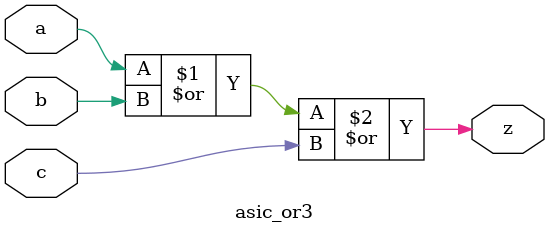
<source format=v>


module asic_or3 #(parameter PROP = "DEFAULT")  (
    input a,
    input b,
    input c,
    output z
   );

   assign z = a | b | c ;

endmodule

</source>
